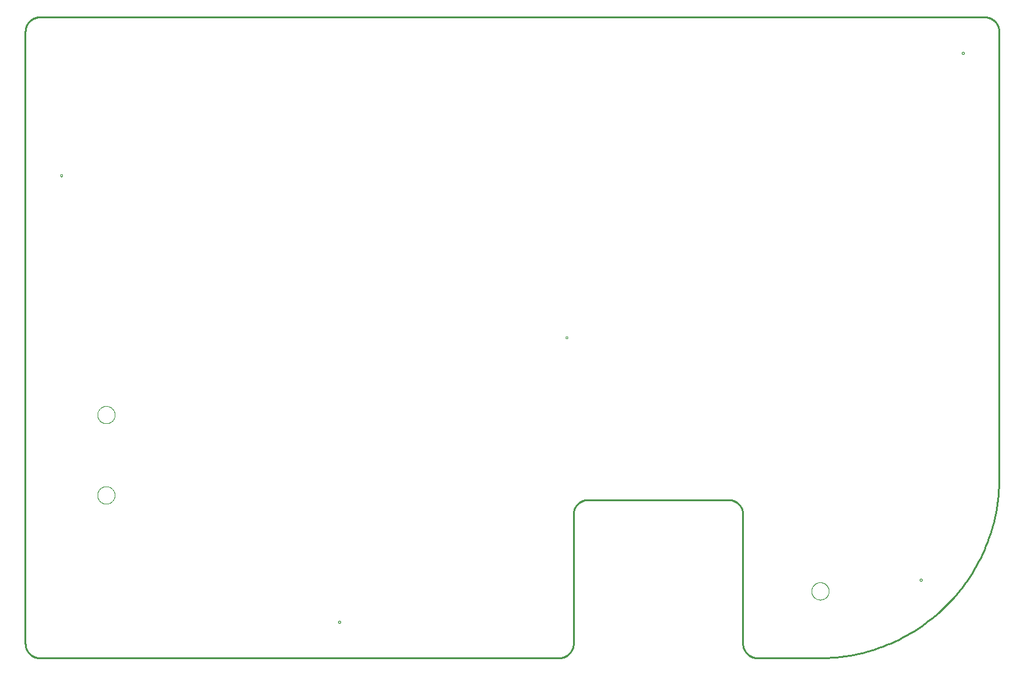
<source format=gtp>
G04 EAGLE Gerber RS-274X export*
G75*
%MOMM*%
%FSLAX34Y34*%
%LPD*%
%INSolder paste top*%
%IPPOS*%
%AMOC8*
5,1,8,0,0,1.08239X$1,22.5*%
G01*
%ADD10C,0.000000*%
%ADD11C,0.254000*%


D10*
X-46874Y-395000D02*
X-46872Y-394922D01*
X-46866Y-394845D01*
X-46856Y-394767D01*
X-46842Y-394691D01*
X-46825Y-394615D01*
X-46803Y-394540D01*
X-46778Y-394467D01*
X-46749Y-394394D01*
X-46716Y-394324D01*
X-46679Y-394255D01*
X-46640Y-394188D01*
X-46597Y-394123D01*
X-46550Y-394061D01*
X-46501Y-394001D01*
X-46448Y-393943D01*
X-46393Y-393889D01*
X-46335Y-393837D01*
X-46274Y-393788D01*
X-46211Y-393742D01*
X-46145Y-393700D01*
X-46078Y-393661D01*
X-46009Y-393626D01*
X-45938Y-393594D01*
X-45865Y-393566D01*
X-45791Y-393541D01*
X-45716Y-393521D01*
X-45640Y-393504D01*
X-45563Y-393491D01*
X-45486Y-393482D01*
X-45408Y-393477D01*
X-45331Y-393476D01*
X-45253Y-393479D01*
X-45175Y-393486D01*
X-45098Y-393497D01*
X-45022Y-393512D01*
X-44946Y-393530D01*
X-44872Y-393553D01*
X-44798Y-393579D01*
X-44727Y-393609D01*
X-44656Y-393643D01*
X-44588Y-393680D01*
X-44522Y-393721D01*
X-44457Y-393765D01*
X-44395Y-393812D01*
X-44336Y-393862D01*
X-44279Y-393916D01*
X-44225Y-393972D01*
X-44174Y-394030D01*
X-44126Y-394092D01*
X-44081Y-394155D01*
X-44040Y-394221D01*
X-44002Y-394289D01*
X-43967Y-394359D01*
X-43936Y-394430D01*
X-43909Y-394503D01*
X-43886Y-394577D01*
X-43866Y-394653D01*
X-43850Y-394729D01*
X-43838Y-394806D01*
X-43830Y-394883D01*
X-43826Y-394961D01*
X-43826Y-395039D01*
X-43830Y-395117D01*
X-43838Y-395194D01*
X-43850Y-395271D01*
X-43866Y-395347D01*
X-43886Y-395423D01*
X-43909Y-395497D01*
X-43936Y-395570D01*
X-43967Y-395641D01*
X-44002Y-395711D01*
X-44040Y-395779D01*
X-44081Y-395845D01*
X-44126Y-395908D01*
X-44174Y-395970D01*
X-44225Y-396028D01*
X-44279Y-396084D01*
X-44336Y-396138D01*
X-44395Y-396188D01*
X-44457Y-396235D01*
X-44522Y-396279D01*
X-44588Y-396320D01*
X-44656Y-396357D01*
X-44727Y-396391D01*
X-44798Y-396421D01*
X-44872Y-396447D01*
X-44946Y-396470D01*
X-45022Y-396488D01*
X-45098Y-396503D01*
X-45175Y-396514D01*
X-45253Y-396521D01*
X-45331Y-396524D01*
X-45408Y-396523D01*
X-45486Y-396518D01*
X-45563Y-396509D01*
X-45640Y-396496D01*
X-45716Y-396479D01*
X-45791Y-396459D01*
X-45865Y-396434D01*
X-45938Y-396406D01*
X-46009Y-396374D01*
X-46078Y-396339D01*
X-46145Y-396300D01*
X-46211Y-396258D01*
X-46274Y-396212D01*
X-46335Y-396163D01*
X-46393Y-396111D01*
X-46448Y-396057D01*
X-46501Y-395999D01*
X-46550Y-395939D01*
X-46597Y-395877D01*
X-46640Y-395812D01*
X-46679Y-395745D01*
X-46716Y-395676D01*
X-46749Y-395606D01*
X-46778Y-395533D01*
X-46803Y-395460D01*
X-46825Y-395385D01*
X-46842Y-395309D01*
X-46856Y-395233D01*
X-46866Y-395155D01*
X-46872Y-395078D01*
X-46874Y-395000D01*
X759896Y-336420D02*
X759898Y-336342D01*
X759904Y-336265D01*
X759914Y-336187D01*
X759928Y-336111D01*
X759945Y-336035D01*
X759967Y-335960D01*
X759992Y-335887D01*
X760021Y-335814D01*
X760054Y-335744D01*
X760091Y-335675D01*
X760130Y-335608D01*
X760173Y-335543D01*
X760220Y-335481D01*
X760269Y-335421D01*
X760322Y-335363D01*
X760377Y-335309D01*
X760435Y-335257D01*
X760496Y-335208D01*
X760559Y-335162D01*
X760625Y-335120D01*
X760692Y-335081D01*
X760761Y-335046D01*
X760832Y-335014D01*
X760905Y-334986D01*
X760979Y-334961D01*
X761054Y-334941D01*
X761130Y-334924D01*
X761207Y-334911D01*
X761284Y-334902D01*
X761362Y-334897D01*
X761439Y-334896D01*
X761517Y-334899D01*
X761595Y-334906D01*
X761672Y-334917D01*
X761748Y-334932D01*
X761824Y-334950D01*
X761898Y-334973D01*
X761972Y-334999D01*
X762043Y-335029D01*
X762114Y-335063D01*
X762182Y-335100D01*
X762248Y-335141D01*
X762313Y-335185D01*
X762375Y-335232D01*
X762434Y-335282D01*
X762491Y-335336D01*
X762545Y-335392D01*
X762596Y-335450D01*
X762644Y-335512D01*
X762689Y-335575D01*
X762730Y-335641D01*
X762768Y-335709D01*
X762803Y-335779D01*
X762834Y-335850D01*
X762861Y-335923D01*
X762884Y-335997D01*
X762904Y-336073D01*
X762920Y-336149D01*
X762932Y-336226D01*
X762940Y-336303D01*
X762944Y-336381D01*
X762944Y-336459D01*
X762940Y-336537D01*
X762932Y-336614D01*
X762920Y-336691D01*
X762904Y-336767D01*
X762884Y-336843D01*
X762861Y-336917D01*
X762834Y-336990D01*
X762803Y-337061D01*
X762768Y-337131D01*
X762730Y-337199D01*
X762689Y-337265D01*
X762644Y-337328D01*
X762596Y-337390D01*
X762545Y-337448D01*
X762491Y-337504D01*
X762434Y-337558D01*
X762375Y-337608D01*
X762313Y-337655D01*
X762248Y-337699D01*
X762182Y-337740D01*
X762114Y-337777D01*
X762043Y-337811D01*
X761972Y-337841D01*
X761898Y-337867D01*
X761824Y-337890D01*
X761748Y-337908D01*
X761672Y-337923D01*
X761595Y-337934D01*
X761517Y-337941D01*
X761439Y-337944D01*
X761362Y-337943D01*
X761284Y-337938D01*
X761207Y-337929D01*
X761130Y-337916D01*
X761054Y-337899D01*
X760979Y-337879D01*
X760905Y-337854D01*
X760832Y-337826D01*
X760761Y-337794D01*
X760692Y-337759D01*
X760625Y-337720D01*
X760559Y-337678D01*
X760496Y-337632D01*
X760435Y-337583D01*
X760377Y-337531D01*
X760322Y-337477D01*
X760269Y-337419D01*
X760220Y-337359D01*
X760173Y-337297D01*
X760130Y-337232D01*
X760091Y-337165D01*
X760054Y-337096D01*
X760021Y-337026D01*
X759992Y-336953D01*
X759967Y-336880D01*
X759945Y-336805D01*
X759928Y-336729D01*
X759914Y-336653D01*
X759904Y-336575D01*
X759898Y-336498D01*
X759896Y-336420D01*
X268476Y0D02*
X268478Y78D01*
X268484Y155D01*
X268494Y233D01*
X268508Y309D01*
X268525Y385D01*
X268547Y460D01*
X268572Y533D01*
X268601Y606D01*
X268634Y676D01*
X268671Y745D01*
X268710Y812D01*
X268753Y877D01*
X268800Y939D01*
X268849Y999D01*
X268902Y1057D01*
X268957Y1111D01*
X269015Y1163D01*
X269076Y1212D01*
X269139Y1258D01*
X269205Y1300D01*
X269272Y1339D01*
X269341Y1374D01*
X269412Y1406D01*
X269485Y1434D01*
X269559Y1459D01*
X269634Y1479D01*
X269710Y1496D01*
X269787Y1509D01*
X269864Y1518D01*
X269942Y1523D01*
X270019Y1524D01*
X270097Y1521D01*
X270175Y1514D01*
X270252Y1503D01*
X270328Y1488D01*
X270404Y1470D01*
X270478Y1447D01*
X270552Y1421D01*
X270623Y1391D01*
X270694Y1357D01*
X270762Y1320D01*
X270828Y1279D01*
X270893Y1235D01*
X270955Y1188D01*
X271014Y1138D01*
X271071Y1084D01*
X271125Y1028D01*
X271176Y970D01*
X271224Y908D01*
X271269Y845D01*
X271310Y779D01*
X271348Y711D01*
X271383Y641D01*
X271414Y570D01*
X271441Y497D01*
X271464Y423D01*
X271484Y347D01*
X271500Y271D01*
X271512Y194D01*
X271520Y117D01*
X271524Y39D01*
X271524Y-39D01*
X271520Y-117D01*
X271512Y-194D01*
X271500Y-271D01*
X271484Y-347D01*
X271464Y-423D01*
X271441Y-497D01*
X271414Y-570D01*
X271383Y-641D01*
X271348Y-711D01*
X271310Y-779D01*
X271269Y-845D01*
X271224Y-908D01*
X271176Y-970D01*
X271125Y-1028D01*
X271071Y-1084D01*
X271014Y-1138D01*
X270955Y-1188D01*
X270893Y-1235D01*
X270828Y-1279D01*
X270762Y-1320D01*
X270694Y-1357D01*
X270623Y-1391D01*
X270552Y-1421D01*
X270478Y-1447D01*
X270404Y-1470D01*
X270328Y-1488D01*
X270252Y-1503D01*
X270175Y-1514D01*
X270097Y-1521D01*
X270019Y-1524D01*
X269942Y-1523D01*
X269864Y-1518D01*
X269787Y-1509D01*
X269710Y-1496D01*
X269634Y-1479D01*
X269559Y-1459D01*
X269485Y-1434D01*
X269412Y-1406D01*
X269341Y-1374D01*
X269272Y-1339D01*
X269205Y-1300D01*
X269139Y-1258D01*
X269076Y-1212D01*
X269015Y-1163D01*
X268957Y-1111D01*
X268902Y-1057D01*
X268849Y-999D01*
X268800Y-939D01*
X268753Y-877D01*
X268710Y-812D01*
X268671Y-745D01*
X268634Y-676D01*
X268601Y-606D01*
X268572Y-533D01*
X268547Y-460D01*
X268525Y-385D01*
X268508Y-309D01*
X268494Y-233D01*
X268484Y-155D01*
X268478Y-78D01*
X268476Y0D01*
X-432544Y225000D02*
X-432542Y225078D01*
X-432536Y225155D01*
X-432526Y225233D01*
X-432512Y225309D01*
X-432495Y225385D01*
X-432473Y225460D01*
X-432448Y225533D01*
X-432419Y225606D01*
X-432386Y225676D01*
X-432349Y225745D01*
X-432310Y225812D01*
X-432267Y225877D01*
X-432220Y225939D01*
X-432171Y225999D01*
X-432118Y226057D01*
X-432063Y226111D01*
X-432005Y226163D01*
X-431944Y226212D01*
X-431881Y226258D01*
X-431815Y226300D01*
X-431748Y226339D01*
X-431679Y226374D01*
X-431608Y226406D01*
X-431535Y226434D01*
X-431461Y226459D01*
X-431386Y226479D01*
X-431310Y226496D01*
X-431233Y226509D01*
X-431156Y226518D01*
X-431078Y226523D01*
X-431001Y226524D01*
X-430923Y226521D01*
X-430845Y226514D01*
X-430768Y226503D01*
X-430692Y226488D01*
X-430616Y226470D01*
X-430542Y226447D01*
X-430468Y226421D01*
X-430397Y226391D01*
X-430326Y226357D01*
X-430258Y226320D01*
X-430192Y226279D01*
X-430127Y226235D01*
X-430065Y226188D01*
X-430006Y226138D01*
X-429949Y226084D01*
X-429895Y226028D01*
X-429844Y225970D01*
X-429796Y225908D01*
X-429751Y225845D01*
X-429710Y225779D01*
X-429672Y225711D01*
X-429637Y225641D01*
X-429606Y225570D01*
X-429579Y225497D01*
X-429556Y225423D01*
X-429536Y225347D01*
X-429520Y225271D01*
X-429508Y225194D01*
X-429500Y225117D01*
X-429496Y225039D01*
X-429496Y224961D01*
X-429500Y224883D01*
X-429508Y224806D01*
X-429520Y224729D01*
X-429536Y224653D01*
X-429556Y224577D01*
X-429579Y224503D01*
X-429606Y224430D01*
X-429637Y224359D01*
X-429672Y224289D01*
X-429710Y224221D01*
X-429751Y224155D01*
X-429796Y224092D01*
X-429844Y224030D01*
X-429895Y223972D01*
X-429949Y223916D01*
X-430006Y223862D01*
X-430065Y223812D01*
X-430127Y223765D01*
X-430192Y223721D01*
X-430258Y223680D01*
X-430326Y223643D01*
X-430397Y223609D01*
X-430468Y223579D01*
X-430542Y223553D01*
X-430616Y223530D01*
X-430692Y223512D01*
X-430768Y223497D01*
X-430845Y223486D01*
X-430923Y223479D01*
X-431001Y223476D01*
X-431078Y223477D01*
X-431156Y223482D01*
X-431233Y223491D01*
X-431310Y223504D01*
X-431386Y223521D01*
X-431461Y223541D01*
X-431535Y223566D01*
X-431608Y223594D01*
X-431679Y223626D01*
X-431748Y223661D01*
X-431815Y223700D01*
X-431881Y223742D01*
X-431944Y223788D01*
X-432005Y223837D01*
X-432063Y223889D01*
X-432118Y223943D01*
X-432171Y224001D01*
X-432220Y224061D01*
X-432267Y224123D01*
X-432310Y224188D01*
X-432349Y224255D01*
X-432386Y224324D01*
X-432419Y224394D01*
X-432448Y224467D01*
X-432473Y224540D01*
X-432495Y224615D01*
X-432512Y224691D01*
X-432526Y224767D01*
X-432536Y224845D01*
X-432542Y224922D01*
X-432544Y225000D01*
X818476Y395000D02*
X818478Y395078D01*
X818484Y395155D01*
X818494Y395233D01*
X818508Y395309D01*
X818525Y395385D01*
X818547Y395460D01*
X818572Y395533D01*
X818601Y395606D01*
X818634Y395676D01*
X818671Y395745D01*
X818710Y395812D01*
X818753Y395877D01*
X818800Y395939D01*
X818849Y395999D01*
X818902Y396057D01*
X818957Y396111D01*
X819015Y396163D01*
X819076Y396212D01*
X819139Y396258D01*
X819205Y396300D01*
X819272Y396339D01*
X819341Y396374D01*
X819412Y396406D01*
X819485Y396434D01*
X819559Y396459D01*
X819634Y396479D01*
X819710Y396496D01*
X819787Y396509D01*
X819864Y396518D01*
X819942Y396523D01*
X820019Y396524D01*
X820097Y396521D01*
X820175Y396514D01*
X820252Y396503D01*
X820328Y396488D01*
X820404Y396470D01*
X820478Y396447D01*
X820552Y396421D01*
X820623Y396391D01*
X820694Y396357D01*
X820762Y396320D01*
X820828Y396279D01*
X820893Y396235D01*
X820955Y396188D01*
X821014Y396138D01*
X821071Y396084D01*
X821125Y396028D01*
X821176Y395970D01*
X821224Y395908D01*
X821269Y395845D01*
X821310Y395779D01*
X821348Y395711D01*
X821383Y395641D01*
X821414Y395570D01*
X821441Y395497D01*
X821464Y395423D01*
X821484Y395347D01*
X821500Y395271D01*
X821512Y395194D01*
X821520Y395117D01*
X821524Y395039D01*
X821524Y394961D01*
X821520Y394883D01*
X821512Y394806D01*
X821500Y394729D01*
X821484Y394653D01*
X821464Y394577D01*
X821441Y394503D01*
X821414Y394430D01*
X821383Y394359D01*
X821348Y394289D01*
X821310Y394221D01*
X821269Y394155D01*
X821224Y394092D01*
X821176Y394030D01*
X821125Y393972D01*
X821071Y393916D01*
X821014Y393862D01*
X820955Y393812D01*
X820893Y393765D01*
X820828Y393721D01*
X820762Y393680D01*
X820694Y393643D01*
X820623Y393609D01*
X820552Y393579D01*
X820478Y393553D01*
X820404Y393530D01*
X820328Y393512D01*
X820252Y393497D01*
X820175Y393486D01*
X820097Y393479D01*
X820019Y393476D01*
X819942Y393477D01*
X819864Y393482D01*
X819787Y393491D01*
X819710Y393504D01*
X819634Y393521D01*
X819559Y393541D01*
X819485Y393566D01*
X819412Y393594D01*
X819341Y393626D01*
X819272Y393661D01*
X819205Y393700D01*
X819139Y393742D01*
X819076Y393788D01*
X819015Y393837D01*
X818957Y393889D01*
X818902Y393943D01*
X818849Y394001D01*
X818800Y394061D01*
X818753Y394123D01*
X818710Y394188D01*
X818671Y394255D01*
X818634Y394324D01*
X818601Y394394D01*
X818572Y394467D01*
X818547Y394540D01*
X818525Y394615D01*
X818508Y394691D01*
X818494Y394767D01*
X818484Y394845D01*
X818478Y394922D01*
X818476Y395000D01*
D11*
X-481020Y424680D02*
X-481020Y-424680D01*
X-481014Y-425171D01*
X-480996Y-425662D01*
X-480967Y-426152D01*
X-480925Y-426641D01*
X-480872Y-427129D01*
X-480807Y-427616D01*
X-480730Y-428101D01*
X-480641Y-428584D01*
X-480541Y-429065D01*
X-480430Y-429543D01*
X-480306Y-430018D01*
X-480172Y-430490D01*
X-480025Y-430959D01*
X-479868Y-431424D01*
X-479700Y-431886D01*
X-479520Y-432343D01*
X-479329Y-432795D01*
X-479128Y-433243D01*
X-478915Y-433686D01*
X-478692Y-434123D01*
X-478459Y-434555D01*
X-478215Y-434981D01*
X-477961Y-435402D01*
X-477697Y-435816D01*
X-477423Y-436223D01*
X-477139Y-436624D01*
X-476846Y-437018D01*
X-476543Y-437404D01*
X-476231Y-437783D01*
X-475910Y-438155D01*
X-475580Y-438518D01*
X-475241Y-438874D01*
X-474894Y-439221D01*
X-474538Y-439560D01*
X-474175Y-439890D01*
X-473803Y-440211D01*
X-473424Y-440523D01*
X-473038Y-440826D01*
X-472644Y-441119D01*
X-472243Y-441403D01*
X-471836Y-441677D01*
X-471422Y-441941D01*
X-471001Y-442195D01*
X-470575Y-442439D01*
X-470143Y-442672D01*
X-469706Y-442895D01*
X-469263Y-443108D01*
X-468815Y-443309D01*
X-468363Y-443500D01*
X-467906Y-443680D01*
X-467444Y-443848D01*
X-466979Y-444005D01*
X-466510Y-444152D01*
X-466038Y-444286D01*
X-465563Y-444410D01*
X-465085Y-444521D01*
X-464604Y-444621D01*
X-464121Y-444710D01*
X-463636Y-444787D01*
X-463149Y-444852D01*
X-462661Y-444905D01*
X-462172Y-444947D01*
X-461682Y-444976D01*
X-461191Y-444994D01*
X-460700Y-445000D01*
X259180Y-445000D01*
X259671Y-444994D01*
X260162Y-444976D01*
X260652Y-444947D01*
X261141Y-444905D01*
X261629Y-444852D01*
X262116Y-444787D01*
X262601Y-444710D01*
X263084Y-444621D01*
X263565Y-444521D01*
X264043Y-444410D01*
X264518Y-444286D01*
X264990Y-444152D01*
X265459Y-444005D01*
X265924Y-443848D01*
X266386Y-443680D01*
X266843Y-443500D01*
X267295Y-443309D01*
X267743Y-443108D01*
X268186Y-442895D01*
X268623Y-442672D01*
X269055Y-442439D01*
X269481Y-442195D01*
X269902Y-441941D01*
X270316Y-441677D01*
X270723Y-441403D01*
X271124Y-441119D01*
X271518Y-440826D01*
X271904Y-440523D01*
X272283Y-440211D01*
X272655Y-439890D01*
X273018Y-439560D01*
X273374Y-439221D01*
X273721Y-438874D01*
X274060Y-438518D01*
X274390Y-438155D01*
X274711Y-437783D01*
X275023Y-437404D01*
X275326Y-437018D01*
X275619Y-436624D01*
X275903Y-436223D01*
X276177Y-435816D01*
X276441Y-435402D01*
X276695Y-434981D01*
X276939Y-434555D01*
X277172Y-434123D01*
X277395Y-433686D01*
X277608Y-433243D01*
X277809Y-432795D01*
X278000Y-432343D01*
X278180Y-431886D01*
X278348Y-431424D01*
X278505Y-430959D01*
X278652Y-430490D01*
X278786Y-430018D01*
X278910Y-429543D01*
X279021Y-429065D01*
X279121Y-428584D01*
X279210Y-428101D01*
X279287Y-427616D01*
X279352Y-427129D01*
X279405Y-426641D01*
X279447Y-426152D01*
X279476Y-425662D01*
X279494Y-425171D01*
X279500Y-424680D01*
X279500Y-245534D01*
X279506Y-245043D01*
X279524Y-244552D01*
X279553Y-244062D01*
X279595Y-243573D01*
X279648Y-243085D01*
X279713Y-242598D01*
X279790Y-242113D01*
X279879Y-241630D01*
X279979Y-241149D01*
X280090Y-240671D01*
X280214Y-240196D01*
X280348Y-239724D01*
X280495Y-239255D01*
X280652Y-238790D01*
X280820Y-238328D01*
X281000Y-237871D01*
X281191Y-237419D01*
X281392Y-236971D01*
X281605Y-236528D01*
X281828Y-236091D01*
X282061Y-235659D01*
X282305Y-235233D01*
X282559Y-234812D01*
X282823Y-234398D01*
X283097Y-233991D01*
X283381Y-233590D01*
X283674Y-233196D01*
X283977Y-232810D01*
X284289Y-232431D01*
X284610Y-232059D01*
X284940Y-231696D01*
X285279Y-231340D01*
X285626Y-230993D01*
X285982Y-230654D01*
X286345Y-230324D01*
X286717Y-230003D01*
X287096Y-229691D01*
X287482Y-229388D01*
X287876Y-229095D01*
X288277Y-228811D01*
X288684Y-228537D01*
X289098Y-228273D01*
X289519Y-228019D01*
X289945Y-227775D01*
X290377Y-227542D01*
X290814Y-227319D01*
X291257Y-227106D01*
X291705Y-226905D01*
X292157Y-226714D01*
X292614Y-226534D01*
X293076Y-226366D01*
X293541Y-226209D01*
X294010Y-226062D01*
X294482Y-225928D01*
X294957Y-225804D01*
X295435Y-225693D01*
X295916Y-225593D01*
X296399Y-225504D01*
X296884Y-225427D01*
X297371Y-225362D01*
X297859Y-225309D01*
X298348Y-225267D01*
X298838Y-225238D01*
X299329Y-225220D01*
X299820Y-225214D01*
X494180Y-225214D01*
X494671Y-225220D01*
X495162Y-225238D01*
X495652Y-225267D01*
X496141Y-225309D01*
X496629Y-225362D01*
X497116Y-225427D01*
X497601Y-225504D01*
X498084Y-225593D01*
X498565Y-225693D01*
X499043Y-225804D01*
X499518Y-225928D01*
X499990Y-226062D01*
X500459Y-226209D01*
X500924Y-226366D01*
X501386Y-226534D01*
X501843Y-226714D01*
X502295Y-226905D01*
X502743Y-227106D01*
X503186Y-227319D01*
X503623Y-227542D01*
X504055Y-227775D01*
X504481Y-228019D01*
X504902Y-228273D01*
X505316Y-228537D01*
X505723Y-228811D01*
X506124Y-229095D01*
X506518Y-229388D01*
X506904Y-229691D01*
X507283Y-230003D01*
X507655Y-230324D01*
X508018Y-230654D01*
X508374Y-230993D01*
X508721Y-231340D01*
X509060Y-231696D01*
X509390Y-232059D01*
X509711Y-232431D01*
X510023Y-232810D01*
X510326Y-233196D01*
X510619Y-233590D01*
X510903Y-233991D01*
X511177Y-234398D01*
X511441Y-234812D01*
X511695Y-235233D01*
X511939Y-235659D01*
X512172Y-236091D01*
X512395Y-236528D01*
X512608Y-236971D01*
X512809Y-237419D01*
X513000Y-237871D01*
X513180Y-238328D01*
X513348Y-238790D01*
X513505Y-239255D01*
X513652Y-239724D01*
X513786Y-240196D01*
X513910Y-240671D01*
X514021Y-241149D01*
X514121Y-241630D01*
X514210Y-242113D01*
X514287Y-242598D01*
X514352Y-243085D01*
X514405Y-243573D01*
X514447Y-244062D01*
X514476Y-244552D01*
X514494Y-245043D01*
X514500Y-245534D01*
X514500Y-424680D01*
X514506Y-425171D01*
X514524Y-425662D01*
X514553Y-426152D01*
X514595Y-426641D01*
X514648Y-427129D01*
X514713Y-427616D01*
X514790Y-428101D01*
X514879Y-428584D01*
X514979Y-429065D01*
X515090Y-429543D01*
X515214Y-430018D01*
X515348Y-430490D01*
X515495Y-430959D01*
X515652Y-431424D01*
X515820Y-431886D01*
X516000Y-432343D01*
X516191Y-432795D01*
X516392Y-433243D01*
X516605Y-433686D01*
X516828Y-434123D01*
X517061Y-434555D01*
X517305Y-434981D01*
X517559Y-435402D01*
X517823Y-435816D01*
X518097Y-436223D01*
X518381Y-436624D01*
X518674Y-437018D01*
X518977Y-437404D01*
X519289Y-437783D01*
X519610Y-438155D01*
X519940Y-438518D01*
X520279Y-438874D01*
X520626Y-439221D01*
X520982Y-439560D01*
X521345Y-439890D01*
X521717Y-440211D01*
X522096Y-440523D01*
X522482Y-440826D01*
X522876Y-441119D01*
X523277Y-441403D01*
X523684Y-441677D01*
X524098Y-441941D01*
X524519Y-442195D01*
X524945Y-442439D01*
X525377Y-442672D01*
X525814Y-442895D01*
X526257Y-443108D01*
X526705Y-443309D01*
X527157Y-443500D01*
X527614Y-443680D01*
X528076Y-443848D01*
X528541Y-444005D01*
X529010Y-444152D01*
X529482Y-444286D01*
X529957Y-444410D01*
X530435Y-444521D01*
X530916Y-444621D01*
X531399Y-444710D01*
X531884Y-444787D01*
X532371Y-444852D01*
X532859Y-444905D01*
X533348Y-444947D01*
X533838Y-444976D01*
X534329Y-444994D01*
X534820Y-445000D01*
X620000Y-445000D01*
X626041Y-444927D01*
X632078Y-444708D01*
X638109Y-444343D01*
X644128Y-443833D01*
X650134Y-443177D01*
X656122Y-442377D01*
X662089Y-441432D01*
X668032Y-440343D01*
X673946Y-439110D01*
X679829Y-437735D01*
X685677Y-436219D01*
X691486Y-434561D01*
X697254Y-432764D01*
X702977Y-430828D01*
X708651Y-428754D01*
X714274Y-426544D01*
X719841Y-424198D01*
X725350Y-421719D01*
X730798Y-419107D01*
X736181Y-416364D01*
X741496Y-413492D01*
X746740Y-410492D01*
X751910Y-407367D01*
X757003Y-404118D01*
X762016Y-400746D01*
X766946Y-397254D01*
X771791Y-393644D01*
X776546Y-389919D01*
X781211Y-386079D01*
X785781Y-382128D01*
X790254Y-378067D01*
X794628Y-373900D01*
X798900Y-369628D01*
X803067Y-365254D01*
X807128Y-360781D01*
X811079Y-356211D01*
X814919Y-351546D01*
X818644Y-346791D01*
X822254Y-341946D01*
X825746Y-337016D01*
X829118Y-332003D01*
X832367Y-326910D01*
X835492Y-321740D01*
X838492Y-316496D01*
X841364Y-311181D01*
X844107Y-305798D01*
X846719Y-300350D01*
X849198Y-294841D01*
X851544Y-289274D01*
X853754Y-283651D01*
X855828Y-277977D01*
X857764Y-272254D01*
X859561Y-266486D01*
X861219Y-260677D01*
X862735Y-254829D01*
X864110Y-248946D01*
X865343Y-243032D01*
X866432Y-237089D01*
X867377Y-231122D01*
X868177Y-225134D01*
X868833Y-219128D01*
X869343Y-213109D01*
X869708Y-207078D01*
X869927Y-201041D01*
X870000Y-195000D01*
X870000Y424680D01*
X869994Y425171D01*
X869976Y425662D01*
X869947Y426152D01*
X869905Y426641D01*
X869852Y427129D01*
X869787Y427616D01*
X869710Y428101D01*
X869621Y428584D01*
X869521Y429065D01*
X869410Y429543D01*
X869286Y430018D01*
X869152Y430490D01*
X869005Y430959D01*
X868848Y431424D01*
X868680Y431886D01*
X868500Y432343D01*
X868309Y432795D01*
X868108Y433243D01*
X867895Y433686D01*
X867672Y434123D01*
X867439Y434555D01*
X867195Y434981D01*
X866941Y435402D01*
X866677Y435816D01*
X866403Y436223D01*
X866119Y436624D01*
X865826Y437018D01*
X865523Y437404D01*
X865211Y437783D01*
X864890Y438155D01*
X864560Y438518D01*
X864221Y438874D01*
X863874Y439221D01*
X863518Y439560D01*
X863155Y439890D01*
X862783Y440211D01*
X862404Y440523D01*
X862018Y440826D01*
X861624Y441119D01*
X861223Y441403D01*
X860816Y441677D01*
X860402Y441941D01*
X859981Y442195D01*
X859555Y442439D01*
X859123Y442672D01*
X858686Y442895D01*
X858243Y443108D01*
X857795Y443309D01*
X857343Y443500D01*
X856886Y443680D01*
X856424Y443848D01*
X855959Y444005D01*
X855490Y444152D01*
X855018Y444286D01*
X854543Y444410D01*
X854065Y444521D01*
X853584Y444621D01*
X853101Y444710D01*
X852616Y444787D01*
X852129Y444852D01*
X851641Y444905D01*
X851152Y444947D01*
X850662Y444976D01*
X850171Y444994D01*
X849680Y445000D01*
X-460700Y445000D01*
X-461191Y444994D01*
X-461682Y444976D01*
X-462172Y444947D01*
X-462661Y444905D01*
X-463149Y444852D01*
X-463636Y444787D01*
X-464121Y444710D01*
X-464604Y444621D01*
X-465085Y444521D01*
X-465563Y444410D01*
X-466038Y444286D01*
X-466510Y444152D01*
X-466979Y444005D01*
X-467444Y443848D01*
X-467906Y443680D01*
X-468363Y443500D01*
X-468815Y443309D01*
X-469263Y443108D01*
X-469706Y442895D01*
X-470143Y442672D01*
X-470575Y442439D01*
X-471001Y442195D01*
X-471422Y441941D01*
X-471836Y441677D01*
X-472243Y441403D01*
X-472644Y441119D01*
X-473038Y440826D01*
X-473424Y440523D01*
X-473803Y440211D01*
X-474175Y439890D01*
X-474538Y439560D01*
X-474894Y439221D01*
X-475241Y438874D01*
X-475580Y438518D01*
X-475910Y438155D01*
X-476231Y437783D01*
X-476543Y437404D01*
X-476846Y437018D01*
X-477139Y436624D01*
X-477423Y436223D01*
X-477697Y435816D01*
X-477961Y435402D01*
X-478215Y434981D01*
X-478459Y434555D01*
X-478692Y434123D01*
X-478915Y433686D01*
X-479128Y433243D01*
X-479329Y432795D01*
X-479520Y432343D01*
X-479700Y431886D01*
X-479868Y431424D01*
X-480025Y430959D01*
X-480172Y430490D01*
X-480306Y430018D01*
X-480430Y429543D01*
X-480541Y429065D01*
X-480641Y428584D01*
X-480730Y428101D01*
X-480807Y427616D01*
X-480872Y427129D01*
X-480925Y426641D01*
X-480967Y426152D01*
X-480996Y425662D01*
X-481014Y425171D01*
X-481020Y424680D01*
D10*
X-380908Y-107288D02*
X-380904Y-106992D01*
X-380893Y-106697D01*
X-380875Y-106402D01*
X-380850Y-106107D01*
X-380817Y-105813D01*
X-380778Y-105520D01*
X-380731Y-105228D01*
X-380676Y-104937D01*
X-380615Y-104648D01*
X-380547Y-104360D01*
X-380472Y-104074D01*
X-380389Y-103790D01*
X-380300Y-103508D01*
X-380204Y-103228D01*
X-380101Y-102951D01*
X-379991Y-102677D01*
X-379874Y-102405D01*
X-379751Y-102136D01*
X-379621Y-101870D01*
X-379485Y-101608D01*
X-379343Y-101349D01*
X-379194Y-101093D01*
X-379038Y-100841D01*
X-378877Y-100593D01*
X-378710Y-100350D01*
X-378537Y-100110D01*
X-378358Y-99874D01*
X-378173Y-99644D01*
X-377982Y-99417D01*
X-377786Y-99196D01*
X-377585Y-98979D01*
X-377379Y-98767D01*
X-377167Y-98561D01*
X-376950Y-98360D01*
X-376729Y-98164D01*
X-376502Y-97973D01*
X-376272Y-97788D01*
X-376036Y-97609D01*
X-375796Y-97436D01*
X-375553Y-97269D01*
X-375305Y-97108D01*
X-375053Y-96952D01*
X-374797Y-96803D01*
X-374538Y-96661D01*
X-374276Y-96525D01*
X-374010Y-96395D01*
X-373741Y-96272D01*
X-373469Y-96155D01*
X-373195Y-96045D01*
X-372918Y-95942D01*
X-372638Y-95846D01*
X-372356Y-95757D01*
X-372072Y-95674D01*
X-371786Y-95599D01*
X-371498Y-95531D01*
X-371209Y-95470D01*
X-370918Y-95415D01*
X-370626Y-95368D01*
X-370333Y-95329D01*
X-370039Y-95296D01*
X-369744Y-95271D01*
X-369449Y-95253D01*
X-369154Y-95242D01*
X-368858Y-95238D01*
X-368562Y-95242D01*
X-368267Y-95253D01*
X-367972Y-95271D01*
X-367677Y-95296D01*
X-367383Y-95329D01*
X-367090Y-95368D01*
X-366798Y-95415D01*
X-366507Y-95470D01*
X-366218Y-95531D01*
X-365930Y-95599D01*
X-365644Y-95674D01*
X-365360Y-95757D01*
X-365078Y-95846D01*
X-364798Y-95942D01*
X-364521Y-96045D01*
X-364247Y-96155D01*
X-363975Y-96272D01*
X-363706Y-96395D01*
X-363440Y-96525D01*
X-363178Y-96661D01*
X-362919Y-96803D01*
X-362663Y-96952D01*
X-362411Y-97108D01*
X-362163Y-97269D01*
X-361920Y-97436D01*
X-361680Y-97609D01*
X-361444Y-97788D01*
X-361214Y-97973D01*
X-360987Y-98164D01*
X-360766Y-98360D01*
X-360549Y-98561D01*
X-360337Y-98767D01*
X-360131Y-98979D01*
X-359930Y-99196D01*
X-359734Y-99417D01*
X-359543Y-99644D01*
X-359358Y-99874D01*
X-359179Y-100110D01*
X-359006Y-100350D01*
X-358839Y-100593D01*
X-358678Y-100841D01*
X-358522Y-101093D01*
X-358373Y-101349D01*
X-358231Y-101608D01*
X-358095Y-101870D01*
X-357965Y-102136D01*
X-357842Y-102405D01*
X-357725Y-102677D01*
X-357615Y-102951D01*
X-357512Y-103228D01*
X-357416Y-103508D01*
X-357327Y-103790D01*
X-357244Y-104074D01*
X-357169Y-104360D01*
X-357101Y-104648D01*
X-357040Y-104937D01*
X-356985Y-105228D01*
X-356938Y-105520D01*
X-356899Y-105813D01*
X-356866Y-106107D01*
X-356841Y-106402D01*
X-356823Y-106697D01*
X-356812Y-106992D01*
X-356808Y-107288D01*
X-356812Y-107584D01*
X-356823Y-107879D01*
X-356841Y-108174D01*
X-356866Y-108469D01*
X-356899Y-108763D01*
X-356938Y-109056D01*
X-356985Y-109348D01*
X-357040Y-109639D01*
X-357101Y-109928D01*
X-357169Y-110216D01*
X-357244Y-110502D01*
X-357327Y-110786D01*
X-357416Y-111068D01*
X-357512Y-111348D01*
X-357615Y-111625D01*
X-357725Y-111899D01*
X-357842Y-112171D01*
X-357965Y-112440D01*
X-358095Y-112706D01*
X-358231Y-112968D01*
X-358373Y-113227D01*
X-358522Y-113483D01*
X-358678Y-113735D01*
X-358839Y-113983D01*
X-359006Y-114226D01*
X-359179Y-114466D01*
X-359358Y-114702D01*
X-359543Y-114932D01*
X-359734Y-115159D01*
X-359930Y-115380D01*
X-360131Y-115597D01*
X-360337Y-115809D01*
X-360549Y-116015D01*
X-360766Y-116216D01*
X-360987Y-116412D01*
X-361214Y-116603D01*
X-361444Y-116788D01*
X-361680Y-116967D01*
X-361920Y-117140D01*
X-362163Y-117307D01*
X-362411Y-117468D01*
X-362663Y-117624D01*
X-362919Y-117773D01*
X-363178Y-117915D01*
X-363440Y-118051D01*
X-363706Y-118181D01*
X-363975Y-118304D01*
X-364247Y-118421D01*
X-364521Y-118531D01*
X-364798Y-118634D01*
X-365078Y-118730D01*
X-365360Y-118819D01*
X-365644Y-118902D01*
X-365930Y-118977D01*
X-366218Y-119045D01*
X-366507Y-119106D01*
X-366798Y-119161D01*
X-367090Y-119208D01*
X-367383Y-119247D01*
X-367677Y-119280D01*
X-367972Y-119305D01*
X-368267Y-119323D01*
X-368562Y-119334D01*
X-368858Y-119338D01*
X-369154Y-119334D01*
X-369449Y-119323D01*
X-369744Y-119305D01*
X-370039Y-119280D01*
X-370333Y-119247D01*
X-370626Y-119208D01*
X-370918Y-119161D01*
X-371209Y-119106D01*
X-371498Y-119045D01*
X-371786Y-118977D01*
X-372072Y-118902D01*
X-372356Y-118819D01*
X-372638Y-118730D01*
X-372918Y-118634D01*
X-373195Y-118531D01*
X-373469Y-118421D01*
X-373741Y-118304D01*
X-374010Y-118181D01*
X-374276Y-118051D01*
X-374538Y-117915D01*
X-374797Y-117773D01*
X-375053Y-117624D01*
X-375305Y-117468D01*
X-375553Y-117307D01*
X-375796Y-117140D01*
X-376036Y-116967D01*
X-376272Y-116788D01*
X-376502Y-116603D01*
X-376729Y-116412D01*
X-376950Y-116216D01*
X-377167Y-116015D01*
X-377379Y-115809D01*
X-377585Y-115597D01*
X-377786Y-115380D01*
X-377982Y-115159D01*
X-378173Y-114932D01*
X-378358Y-114702D01*
X-378537Y-114466D01*
X-378710Y-114226D01*
X-378877Y-113983D01*
X-379038Y-113735D01*
X-379194Y-113483D01*
X-379343Y-113227D01*
X-379485Y-112968D01*
X-379621Y-112706D01*
X-379751Y-112440D01*
X-379874Y-112171D01*
X-379991Y-111899D01*
X-380101Y-111625D01*
X-380204Y-111348D01*
X-380300Y-111068D01*
X-380389Y-110786D01*
X-380472Y-110502D01*
X-380547Y-110216D01*
X-380615Y-109928D01*
X-380676Y-109639D01*
X-380731Y-109348D01*
X-380778Y-109056D01*
X-380817Y-108763D01*
X-380850Y-108469D01*
X-380875Y-108174D01*
X-380893Y-107879D01*
X-380904Y-107584D01*
X-380908Y-107288D01*
X609670Y-352030D02*
X609674Y-351734D01*
X609685Y-351439D01*
X609703Y-351144D01*
X609728Y-350849D01*
X609761Y-350555D01*
X609800Y-350262D01*
X609847Y-349970D01*
X609902Y-349679D01*
X609963Y-349390D01*
X610031Y-349102D01*
X610106Y-348816D01*
X610189Y-348532D01*
X610278Y-348250D01*
X610374Y-347970D01*
X610477Y-347693D01*
X610587Y-347419D01*
X610704Y-347147D01*
X610827Y-346878D01*
X610957Y-346612D01*
X611093Y-346350D01*
X611235Y-346091D01*
X611384Y-345835D01*
X611540Y-345583D01*
X611701Y-345335D01*
X611868Y-345092D01*
X612041Y-344852D01*
X612220Y-344616D01*
X612405Y-344386D01*
X612596Y-344159D01*
X612792Y-343938D01*
X612993Y-343721D01*
X613199Y-343509D01*
X613411Y-343303D01*
X613628Y-343102D01*
X613849Y-342906D01*
X614076Y-342715D01*
X614306Y-342530D01*
X614542Y-342351D01*
X614782Y-342178D01*
X615025Y-342011D01*
X615273Y-341850D01*
X615525Y-341694D01*
X615781Y-341545D01*
X616040Y-341403D01*
X616302Y-341267D01*
X616568Y-341137D01*
X616837Y-341014D01*
X617109Y-340897D01*
X617383Y-340787D01*
X617660Y-340684D01*
X617940Y-340588D01*
X618222Y-340499D01*
X618506Y-340416D01*
X618792Y-340341D01*
X619080Y-340273D01*
X619369Y-340212D01*
X619660Y-340157D01*
X619952Y-340110D01*
X620245Y-340071D01*
X620539Y-340038D01*
X620834Y-340013D01*
X621129Y-339995D01*
X621424Y-339984D01*
X621720Y-339980D01*
X622016Y-339984D01*
X622311Y-339995D01*
X622606Y-340013D01*
X622901Y-340038D01*
X623195Y-340071D01*
X623488Y-340110D01*
X623780Y-340157D01*
X624071Y-340212D01*
X624360Y-340273D01*
X624648Y-340341D01*
X624934Y-340416D01*
X625218Y-340499D01*
X625500Y-340588D01*
X625780Y-340684D01*
X626057Y-340787D01*
X626331Y-340897D01*
X626603Y-341014D01*
X626872Y-341137D01*
X627138Y-341267D01*
X627400Y-341403D01*
X627659Y-341545D01*
X627915Y-341694D01*
X628167Y-341850D01*
X628415Y-342011D01*
X628658Y-342178D01*
X628898Y-342351D01*
X629134Y-342530D01*
X629364Y-342715D01*
X629591Y-342906D01*
X629812Y-343102D01*
X630029Y-343303D01*
X630241Y-343509D01*
X630447Y-343721D01*
X630648Y-343938D01*
X630844Y-344159D01*
X631035Y-344386D01*
X631220Y-344616D01*
X631399Y-344852D01*
X631572Y-345092D01*
X631739Y-345335D01*
X631900Y-345583D01*
X632056Y-345835D01*
X632205Y-346091D01*
X632347Y-346350D01*
X632483Y-346612D01*
X632613Y-346878D01*
X632736Y-347147D01*
X632853Y-347419D01*
X632963Y-347693D01*
X633066Y-347970D01*
X633162Y-348250D01*
X633251Y-348532D01*
X633334Y-348816D01*
X633409Y-349102D01*
X633477Y-349390D01*
X633538Y-349679D01*
X633593Y-349970D01*
X633640Y-350262D01*
X633679Y-350555D01*
X633712Y-350849D01*
X633737Y-351144D01*
X633755Y-351439D01*
X633766Y-351734D01*
X633770Y-352030D01*
X633766Y-352326D01*
X633755Y-352621D01*
X633737Y-352916D01*
X633712Y-353211D01*
X633679Y-353505D01*
X633640Y-353798D01*
X633593Y-354090D01*
X633538Y-354381D01*
X633477Y-354670D01*
X633409Y-354958D01*
X633334Y-355244D01*
X633251Y-355528D01*
X633162Y-355810D01*
X633066Y-356090D01*
X632963Y-356367D01*
X632853Y-356641D01*
X632736Y-356913D01*
X632613Y-357182D01*
X632483Y-357448D01*
X632347Y-357710D01*
X632205Y-357969D01*
X632056Y-358225D01*
X631900Y-358477D01*
X631739Y-358725D01*
X631572Y-358968D01*
X631399Y-359208D01*
X631220Y-359444D01*
X631035Y-359674D01*
X630844Y-359901D01*
X630648Y-360122D01*
X630447Y-360339D01*
X630241Y-360551D01*
X630029Y-360757D01*
X629812Y-360958D01*
X629591Y-361154D01*
X629364Y-361345D01*
X629134Y-361530D01*
X628898Y-361709D01*
X628658Y-361882D01*
X628415Y-362049D01*
X628167Y-362210D01*
X627915Y-362366D01*
X627659Y-362515D01*
X627400Y-362657D01*
X627138Y-362793D01*
X626872Y-362923D01*
X626603Y-363046D01*
X626331Y-363163D01*
X626057Y-363273D01*
X625780Y-363376D01*
X625500Y-363472D01*
X625218Y-363561D01*
X624934Y-363644D01*
X624648Y-363719D01*
X624360Y-363787D01*
X624071Y-363848D01*
X623780Y-363903D01*
X623488Y-363950D01*
X623195Y-363989D01*
X622901Y-364022D01*
X622606Y-364047D01*
X622311Y-364065D01*
X622016Y-364076D01*
X621720Y-364080D01*
X621424Y-364076D01*
X621129Y-364065D01*
X620834Y-364047D01*
X620539Y-364022D01*
X620245Y-363989D01*
X619952Y-363950D01*
X619660Y-363903D01*
X619369Y-363848D01*
X619080Y-363787D01*
X618792Y-363719D01*
X618506Y-363644D01*
X618222Y-363561D01*
X617940Y-363472D01*
X617660Y-363376D01*
X617383Y-363273D01*
X617109Y-363163D01*
X616837Y-363046D01*
X616568Y-362923D01*
X616302Y-362793D01*
X616040Y-362657D01*
X615781Y-362515D01*
X615525Y-362366D01*
X615273Y-362210D01*
X615025Y-362049D01*
X614782Y-361882D01*
X614542Y-361709D01*
X614306Y-361530D01*
X614076Y-361345D01*
X613849Y-361154D01*
X613628Y-360958D01*
X613411Y-360757D01*
X613199Y-360551D01*
X612993Y-360339D01*
X612792Y-360122D01*
X612596Y-359901D01*
X612405Y-359674D01*
X612220Y-359444D01*
X612041Y-359208D01*
X611868Y-358968D01*
X611701Y-358725D01*
X611540Y-358477D01*
X611384Y-358225D01*
X611235Y-357969D01*
X611093Y-357710D01*
X610957Y-357448D01*
X610827Y-357182D01*
X610704Y-356913D01*
X610587Y-356641D01*
X610477Y-356367D01*
X610374Y-356090D01*
X610278Y-355810D01*
X610189Y-355528D01*
X610106Y-355244D01*
X610031Y-354958D01*
X609963Y-354670D01*
X609902Y-354381D01*
X609847Y-354090D01*
X609800Y-353798D01*
X609761Y-353505D01*
X609728Y-353211D01*
X609703Y-352916D01*
X609685Y-352621D01*
X609674Y-352326D01*
X609670Y-352030D01*
X-380970Y-218812D02*
X-380966Y-218516D01*
X-380955Y-218221D01*
X-380937Y-217926D01*
X-380912Y-217631D01*
X-380879Y-217337D01*
X-380840Y-217044D01*
X-380793Y-216752D01*
X-380738Y-216461D01*
X-380677Y-216172D01*
X-380609Y-215884D01*
X-380534Y-215598D01*
X-380451Y-215314D01*
X-380362Y-215032D01*
X-380266Y-214752D01*
X-380163Y-214475D01*
X-380053Y-214201D01*
X-379936Y-213929D01*
X-379813Y-213660D01*
X-379683Y-213394D01*
X-379547Y-213132D01*
X-379405Y-212873D01*
X-379256Y-212617D01*
X-379100Y-212365D01*
X-378939Y-212117D01*
X-378772Y-211874D01*
X-378599Y-211634D01*
X-378420Y-211398D01*
X-378235Y-211168D01*
X-378044Y-210941D01*
X-377848Y-210720D01*
X-377647Y-210503D01*
X-377441Y-210291D01*
X-377229Y-210085D01*
X-377012Y-209884D01*
X-376791Y-209688D01*
X-376564Y-209497D01*
X-376334Y-209312D01*
X-376098Y-209133D01*
X-375858Y-208960D01*
X-375615Y-208793D01*
X-375367Y-208632D01*
X-375115Y-208476D01*
X-374859Y-208327D01*
X-374600Y-208185D01*
X-374338Y-208049D01*
X-374072Y-207919D01*
X-373803Y-207796D01*
X-373531Y-207679D01*
X-373257Y-207569D01*
X-372980Y-207466D01*
X-372700Y-207370D01*
X-372418Y-207281D01*
X-372134Y-207198D01*
X-371848Y-207123D01*
X-371560Y-207055D01*
X-371271Y-206994D01*
X-370980Y-206939D01*
X-370688Y-206892D01*
X-370395Y-206853D01*
X-370101Y-206820D01*
X-369806Y-206795D01*
X-369511Y-206777D01*
X-369216Y-206766D01*
X-368920Y-206762D01*
X-368624Y-206766D01*
X-368329Y-206777D01*
X-368034Y-206795D01*
X-367739Y-206820D01*
X-367445Y-206853D01*
X-367152Y-206892D01*
X-366860Y-206939D01*
X-366569Y-206994D01*
X-366280Y-207055D01*
X-365992Y-207123D01*
X-365706Y-207198D01*
X-365422Y-207281D01*
X-365140Y-207370D01*
X-364860Y-207466D01*
X-364583Y-207569D01*
X-364309Y-207679D01*
X-364037Y-207796D01*
X-363768Y-207919D01*
X-363502Y-208049D01*
X-363240Y-208185D01*
X-362981Y-208327D01*
X-362725Y-208476D01*
X-362473Y-208632D01*
X-362225Y-208793D01*
X-361982Y-208960D01*
X-361742Y-209133D01*
X-361506Y-209312D01*
X-361276Y-209497D01*
X-361049Y-209688D01*
X-360828Y-209884D01*
X-360611Y-210085D01*
X-360399Y-210291D01*
X-360193Y-210503D01*
X-359992Y-210720D01*
X-359796Y-210941D01*
X-359605Y-211168D01*
X-359420Y-211398D01*
X-359241Y-211634D01*
X-359068Y-211874D01*
X-358901Y-212117D01*
X-358740Y-212365D01*
X-358584Y-212617D01*
X-358435Y-212873D01*
X-358293Y-213132D01*
X-358157Y-213394D01*
X-358027Y-213660D01*
X-357904Y-213929D01*
X-357787Y-214201D01*
X-357677Y-214475D01*
X-357574Y-214752D01*
X-357478Y-215032D01*
X-357389Y-215314D01*
X-357306Y-215598D01*
X-357231Y-215884D01*
X-357163Y-216172D01*
X-357102Y-216461D01*
X-357047Y-216752D01*
X-357000Y-217044D01*
X-356961Y-217337D01*
X-356928Y-217631D01*
X-356903Y-217926D01*
X-356885Y-218221D01*
X-356874Y-218516D01*
X-356870Y-218812D01*
X-356874Y-219108D01*
X-356885Y-219403D01*
X-356903Y-219698D01*
X-356928Y-219993D01*
X-356961Y-220287D01*
X-357000Y-220580D01*
X-357047Y-220872D01*
X-357102Y-221163D01*
X-357163Y-221452D01*
X-357231Y-221740D01*
X-357306Y-222026D01*
X-357389Y-222310D01*
X-357478Y-222592D01*
X-357574Y-222872D01*
X-357677Y-223149D01*
X-357787Y-223423D01*
X-357904Y-223695D01*
X-358027Y-223964D01*
X-358157Y-224230D01*
X-358293Y-224492D01*
X-358435Y-224751D01*
X-358584Y-225007D01*
X-358740Y-225259D01*
X-358901Y-225507D01*
X-359068Y-225750D01*
X-359241Y-225990D01*
X-359420Y-226226D01*
X-359605Y-226456D01*
X-359796Y-226683D01*
X-359992Y-226904D01*
X-360193Y-227121D01*
X-360399Y-227333D01*
X-360611Y-227539D01*
X-360828Y-227740D01*
X-361049Y-227936D01*
X-361276Y-228127D01*
X-361506Y-228312D01*
X-361742Y-228491D01*
X-361982Y-228664D01*
X-362225Y-228831D01*
X-362473Y-228992D01*
X-362725Y-229148D01*
X-362981Y-229297D01*
X-363240Y-229439D01*
X-363502Y-229575D01*
X-363768Y-229705D01*
X-364037Y-229828D01*
X-364309Y-229945D01*
X-364583Y-230055D01*
X-364860Y-230158D01*
X-365140Y-230254D01*
X-365422Y-230343D01*
X-365706Y-230426D01*
X-365992Y-230501D01*
X-366280Y-230569D01*
X-366569Y-230630D01*
X-366860Y-230685D01*
X-367152Y-230732D01*
X-367445Y-230771D01*
X-367739Y-230804D01*
X-368034Y-230829D01*
X-368329Y-230847D01*
X-368624Y-230858D01*
X-368920Y-230862D01*
X-369216Y-230858D01*
X-369511Y-230847D01*
X-369806Y-230829D01*
X-370101Y-230804D01*
X-370395Y-230771D01*
X-370688Y-230732D01*
X-370980Y-230685D01*
X-371271Y-230630D01*
X-371560Y-230569D01*
X-371848Y-230501D01*
X-372134Y-230426D01*
X-372418Y-230343D01*
X-372700Y-230254D01*
X-372980Y-230158D01*
X-373257Y-230055D01*
X-373531Y-229945D01*
X-373803Y-229828D01*
X-374072Y-229705D01*
X-374338Y-229575D01*
X-374600Y-229439D01*
X-374859Y-229297D01*
X-375115Y-229148D01*
X-375367Y-228992D01*
X-375615Y-228831D01*
X-375858Y-228664D01*
X-376098Y-228491D01*
X-376334Y-228312D01*
X-376564Y-228127D01*
X-376791Y-227936D01*
X-377012Y-227740D01*
X-377229Y-227539D01*
X-377441Y-227333D01*
X-377647Y-227121D01*
X-377848Y-226904D01*
X-378044Y-226683D01*
X-378235Y-226456D01*
X-378420Y-226226D01*
X-378599Y-225990D01*
X-378772Y-225750D01*
X-378939Y-225507D01*
X-379100Y-225259D01*
X-379256Y-225007D01*
X-379405Y-224751D01*
X-379547Y-224492D01*
X-379683Y-224230D01*
X-379813Y-223964D01*
X-379936Y-223695D01*
X-380053Y-223423D01*
X-380163Y-223149D01*
X-380266Y-222872D01*
X-380362Y-222592D01*
X-380451Y-222310D01*
X-380534Y-222026D01*
X-380609Y-221740D01*
X-380677Y-221452D01*
X-380738Y-221163D01*
X-380793Y-220872D01*
X-380840Y-220580D01*
X-380879Y-220287D01*
X-380912Y-219993D01*
X-380937Y-219698D01*
X-380955Y-219403D01*
X-380966Y-219108D01*
X-380970Y-218812D01*
M02*

</source>
